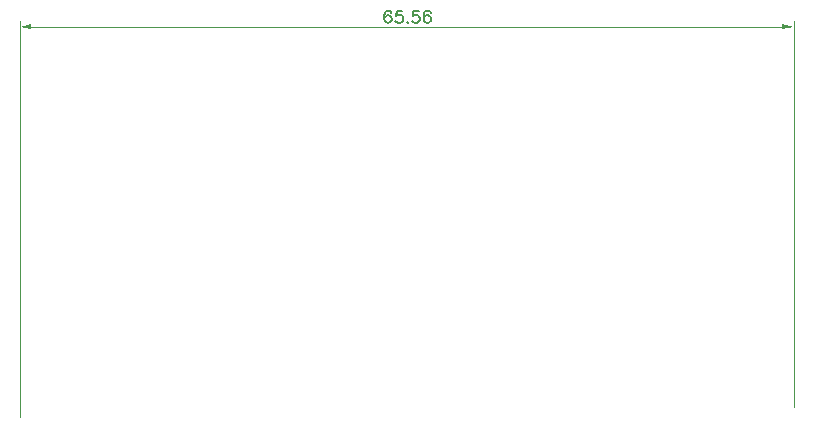
<source format=gbr>
G04 DipTrace 3.3.0.1*
G04 TopDimension.gbr*
%MOIN*%
G04 #@! TF.FileFunction,Drawing,Top*
G04 #@! TF.Part,Single*
%ADD13C,0.001378*%
%ADD124C,0.006176*%
%FSLAX26Y26*%
G04*
G70*
G90*
G75*
G01*
G04 TopDimension*
%LPD*%
X4231201Y631199D2*
D13*
Y1919635D1*
X1649950Y599950D2*
Y1919635D1*
X2940575Y1899950D2*
X4191831D1*
G36*
X4231201D2*
X4191831Y1892076D1*
Y1907824D1*
X4231201Y1899950D1*
G37*
X2940575D2*
D13*
X1689320D1*
G36*
X1649950D2*
X1689320Y1907824D1*
Y1892076D1*
X1649950Y1899950D1*
G37*
X2888341Y1946605D2*
D124*
X2886440Y1950407D1*
X2880692Y1952309D1*
X2876889D1*
X2871141Y1950407D1*
X2867295Y1944659D1*
X2865393Y1935109D1*
Y1925558D1*
X2867295Y1917909D1*
X2871141Y1914062D1*
X2876889Y1912161D1*
X2878791D1*
X2884494Y1914062D1*
X2888341Y1917909D1*
X2890242Y1923657D1*
Y1925558D1*
X2888341Y1931306D1*
X2884494Y1935109D1*
X2878791Y1937010D1*
X2876889D1*
X2871141Y1935109D1*
X2867295Y1931306D1*
X2865393Y1925558D1*
X2925542Y1952309D2*
X2906441D1*
X2904539Y1935109D1*
X2906441Y1937010D1*
X2912189Y1938956D1*
X2917892D1*
X2923641Y1937010D1*
X2927487Y1933208D1*
X2929389Y1927459D1*
Y1923657D1*
X2927487Y1917909D1*
X2923641Y1914062D1*
X2917892Y1912161D1*
X2912189D1*
X2906441Y1914062D1*
X2904539Y1916008D1*
X2902594Y1919810D1*
X2943641Y1916008D2*
X2941740Y1914062D1*
X2943641Y1912161D1*
X2945587Y1914062D1*
X2943641Y1916008D1*
X2980886Y1952309D2*
X2961785D1*
X2959884Y1935109D1*
X2961785Y1937010D1*
X2967533Y1938956D1*
X2973237D1*
X2978985Y1937010D1*
X2982831Y1933208D1*
X2984733Y1927459D1*
Y1923657D1*
X2982831Y1917909D1*
X2978985Y1914062D1*
X2973237Y1912161D1*
X2967533D1*
X2961785Y1914062D1*
X2959884Y1916008D1*
X2957938Y1919810D1*
X3020032Y1946605D2*
X3018131Y1950407D1*
X3012383Y1952309D1*
X3008580D1*
X3002832Y1950407D1*
X2998985Y1944659D1*
X2997084Y1935109D1*
Y1925558D1*
X2998985Y1917909D1*
X3002832Y1914062D1*
X3008580Y1912161D1*
X3010481D1*
X3016185Y1914062D1*
X3020032Y1917909D1*
X3021933Y1923657D1*
Y1925558D1*
X3020032Y1931306D1*
X3016185Y1935109D1*
X3010481Y1937010D1*
X3008580D1*
X3002832Y1935109D1*
X2998985Y1931306D1*
X2997084Y1925558D1*
M02*

</source>
